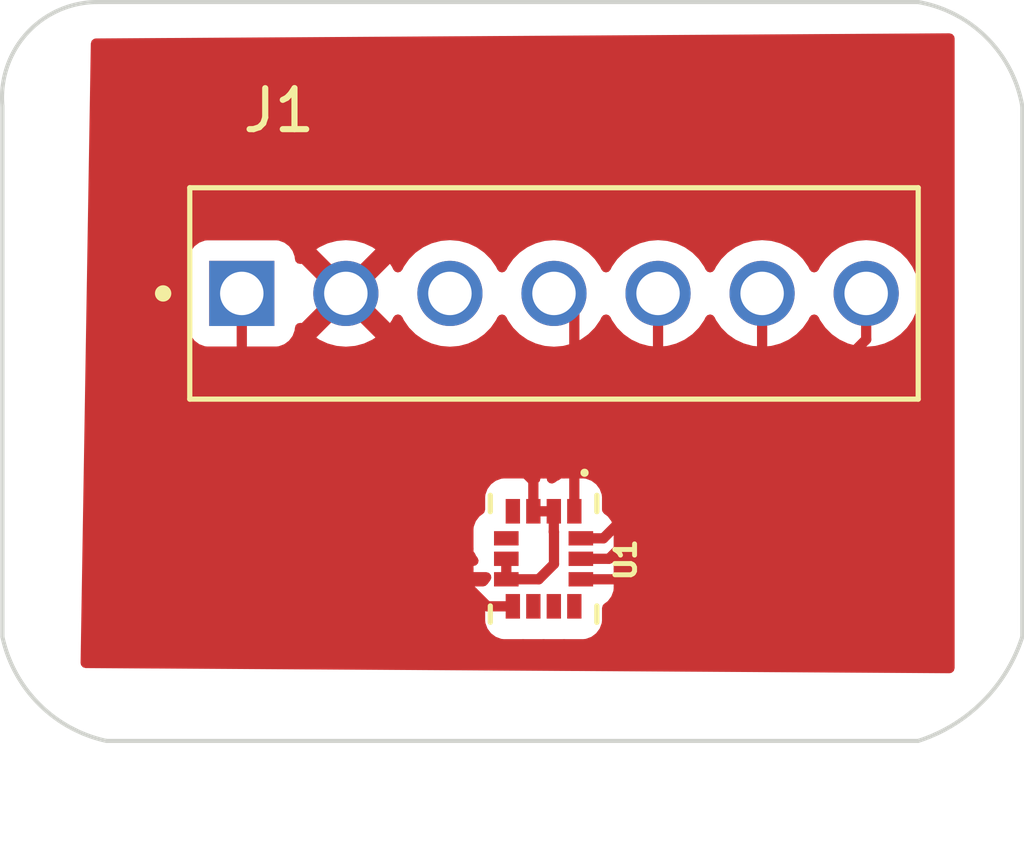
<source format=kicad_pcb>
(kicad_pcb (version 20221018) (generator pcbnew)
  (layers (0 "F.Cu" signal) (31 "B.Cu" signal) (34 "B.Paste" user) (35 "F.Paste" user) (36 "B.SilkS" user "B.Silkscreen") (37 "F.SilkS" user "F.Silkscreen") (38 "B.Mask" user) (39 "F.Mask" user) (44 "Edge.Cuts" user))
  (net 0 "")
  (net 1 "+3.3V")
  (net 2 "GND")
  (net 4 "/MISO")
  (net 5 "/MOSI")
  (net 6 "/CLK")
  (net 7 "/CS0")
  (footprint "LSM6DSMTR (1):PQFN50P300X250X86-14N" (layer "F.Cu") (at 143.637 92.583 -90)
    (fp_text reference "U1" (at 0.024 -2.0048 90) (layer "F.SilkS") (effects (font (size 0.48 0.48))))
    (fp_text value "LSM6DSMTR")
    (fp_line (start -1.55 1.3) (end -1.15 1.3) (stroke (width 0.127)) (layer "F.SilkS"))
    (fp_line (start -1.15 -1.3) (end -1.55 -1.3) (stroke (width 0.127)) (layer "F.SilkS"))
    (fp_line (start 1.55 -1.3) (end 1.15 -1.3) (stroke (width 0.127)) (layer "F.SilkS"))
    (fp_line (start 1.55 1.3) (end 1.15 1.3) (stroke (width 0.127)) (layer "F.SilkS"))
    (fp_circle (center -2.1 -1) (end -2.05 -1) (stroke (width 0.1)) (fill none) (layer "F.SilkS"))
    (pad "1" smd rect (at -1.16 -0.75 270) (size 0.6 0.35) (layers "F.Cu" "F.Paste" "F.Mask") (net 4 "/MISO"))
    (pad "2" smd rect (at -1.16 -0.25 270) (size 0.6 0.35) (layers "F.Cu" "F.Paste" "F.Mask") (net 2 "GND"))
    (pad "3" smd rect (at -1.16 0.25 270) (size 0.6 0.35) (layers "F.Cu" "F.Paste" "F.Mask") (net 2 "GND"))
    (pad "4" smd rect (at -1.16 0.75 270) (size 0.6 0.35) (layers "F.Cu" "F.Paste" "F.Mask"))
    (pad "5" smd rect (at -0.5 0.91) (size 0.6 0.35) (layers "F.Cu" "F.Paste" "F.Mask"))
    (pad "6" smd rect (at 0 0.91) (size 0.6 0.35) (layers "F.Cu" "F.Paste" "F.Mask") (net 2 "GND"))
    (pad "7" smd rect (at 0.5 0.91) (size 0.6 0.35) (layers "F.Cu" "F.Paste" "F.Mask") (net 2 "GND"))
    (pad "8" smd rect (at 1.16 0.75 270) (size 0.6 0.35) (layers "F.Cu" "F.Paste" "F.Mask") (net 1 "+3.3V"))
    (pad "9" smd rect (at 1.16 0.25 270) (size 0.6 0.35) (layers "F.Cu" "F.Paste" "F.Mask"))
    (pad "10" smd rect (at 1.16 -0.25 270) (size 0.6 0.35) (layers "F.Cu" "F.Paste" "F.Mask"))
    (pad "11" smd rect (at 1.16 -0.75 270) (size 0.6 0.35) (layers "F.Cu" "F.Paste" "F.Mask"))
    (pad "12" smd rect (at 0.5 -0.91) (size 0.6 0.35) (layers "F.Cu" "F.Paste" "F.Mask") (net 7 "/CS0"))
    (pad "13" smd rect (at 0 -0.91) (size 0.6 0.35) (layers "F.Cu" "F.Paste" "F.Mask") (net 6 "/CLK"))
    (pad "14" smd rect (at -0.5 -0.91) (size 0.6 0.35) (layers "F.Cu" "F.Paste" "F.Mask") (net 5 "/MOSI"))
  )
  (footprint "69167-107HLF:AMPHENOL_69167-107HLF" (layer "F.Cu") (at 143.891 86.106)
    (fp_text reference "J1" (at -6.715 -4.465) (layer "F.SilkS"))
    (fp_text value "69167-107HLF")
    (fp_line (start -8.89 2.58) (end -8.89 -2.58) (stroke (width 0.127)) (layer "F.SilkS"))
    (fp_line (start 8.89 -2.58) (end -8.89 -2.58) (stroke (width 0.127)) (layer "F.SilkS"))
    (fp_line (start 8.89 -2.58) (end 8.89 2.58) (stroke (width 0.127)) (layer "F.SilkS"))
    (fp_line (start 8.89 2.58) (end -8.89 2.58) (stroke (width 0.127)) (layer "F.SilkS"))
    (fp_circle (center -9.54 0) (end -9.44 0) (stroke (width 0.2)) (fill none) (layer "F.SilkS"))
    (pad "01" thru_hole rect (at -7.62 0) (size 1.59 1.59) (drill 1.06) (layers "*.Cu" "*.Mask") (net 1 "+3.3V"))
    (pad "02" thru_hole circle (at -5.08 0) (size 1.59 1.59) (drill 1.06) (layers "*.Cu" "*.Mask") (net 2 "GND"))
    (pad "03" thru_hole circle (at -2.54 0) (size 1.59 1.59) (drill 1.06) (layers "*.Cu" "*.Mask"))
    (pad "04" thru_hole circle (at 0 0) (size 1.59 1.59) (drill 1.06) (layers "*.Cu" "*.Mask") (net 4 "/MISO"))
    (pad "05" thru_hole circle (at 2.54 0) (size 1.59 1.59) (drill 1.06) (layers "*.Cu" "*.Mask") (net 5 "/MOSI"))
    (pad "06" thru_hole circle (at 5.08 0) (size 1.59 1.59) (drill 1.06) (layers "*.Cu" "*.Mask") (net 6 "/CLK"))
    (pad "07" thru_hole circle (at 7.62 0) (size 1.59 1.59) (drill 1.06) (layers "*.Cu" "*.Mask") (net 7 "/CS0"))
  )
  (gr_arc (start 130.429 81.534) (mid 131.017172 79.764655) (end 132.715 78.994) (stroke (width 0.1)) (layer "Edge.Cuts"))
  (gr_line (start 132.715 78.994) (end 152.781 78.994) (stroke (width 0.1)) (layer "Edge.Cuts"))
  (gr_arc (start 152.781 78.994) (mid 154.451529 79.863471) (end 155.321 81.534) (stroke (width 0.1)) (layer "Edge.Cuts"))
  (gr_line (start 155.321 94.488) (end 155.321 81.534) (stroke (width 0.1)) (layer "Edge.Cuts"))
  (gr_line (start 130.429 81.534) (end 130.429 94.488) (stroke (width 0.1)) (layer "Edge.Cuts"))
  (gr_arc (start 155.321 94.488) (mid 154.357666 96.064666) (end 152.781 97.028) (stroke (width 0.1)) (layer "Edge.Cuts"))
  (gr_arc (start 132.969 97.028) (mid 131.325114 96.131886) (end 130.429 94.488) (stroke (width 0.1)) (layer "Edge.Cuts"))
  (gr_line (start 152.781 97.028) (end 132.969 97.028) (stroke (width 0.1)) (layer "Edge.Cuts"))
  (segment (start 136.271 87.752) (end 142.262 93.743) (width 0.25) (layer "F.Cu") (net 1))
  (segment (start 136.271 86.106) (end 136.271 87.752) (width 0.25) (layer "F.Cu") (net 1))
  (segment (start 142.262 93.743) (end 142.887 93.743) (width 0.25) (layer "F.Cu") (net 1))
  (segment (start 143.387 90.682) (end 143.387 91.423) (width 0.25) (layer "F.Cu") (net 2))
  (segment (start 142.727 93.083) (end 142.727 92.583) (width 0.25) (layer "F.Cu") (net 2))
  (segment (start 143.887 91.423) (end 143.887 91.923) (width 0.25) (layer "F.Cu") (net 2))
  (segment (start 143.891 92.71) (end 143.518 93.083) (width 0.25) (layer "F.Cu") (net 2))
  (segment (start 143.891 91.927) (end 143.891 92.71) (width 0.25) (layer "F.Cu") (net 2))
  (segment (start 143.387 91.423) (end 143.887 91.423) (width 0.25) (layer "F.Cu") (net 2))
  (segment (start 143.887 91.923) (end 143.891 91.927) (width 0.25) (layer "F.Cu") (net 2))
  (segment (start 143.518 93.083) (end 142.727 93.083) (width 0.25) (layer "F.Cu") (net 2))
  (segment (start 138.811 86.106) (end 143.387 90.682) (width 0.25) (layer "F.Cu") (net 2))
  (segment (start 143.891 86.106) (end 144.387 86.602) (width 0.25) (layer "F.Cu") (net 4))
  (segment (start 144.387 86.602) (end 144.387 91.423) (width 0.25) (layer "F.Cu") (net 4))
  (segment (start 145.097 92.083) (end 144.547 92.083) (width 0.25) (layer "F.Cu") (net 5))
  (segment (start 146.431 90.749) (end 145.097 92.083) (width 0.25) (layer "F.Cu") (net 5))
  (segment (start 146.431 86.106) (end 146.431 90.749) (width 0.25) (layer "F.Cu") (net 5))
  (segment (start 148.971 88.845396) (end 145.233396 92.583) (width 0.25) (layer "F.Cu") (net 6))
  (segment (start 148.971 86.106) (end 148.971 88.845396) (width 0.25) (layer "F.Cu") (net 6))
  (segment (start 145.233396 92.583) (end 144.547 92.583) (width 0.25) (layer "F.Cu") (net 6))
  (segment (start 145.658299 93.083) (end 144.547 93.083) (width 0.25) (layer "F.Cu") (net 7))
  (segment (start 151.511 86.106) (end 151.511 87.230299) (width 0.25) (layer "F.Cu") (net 7))
  (segment (start 151.511 87.230299) (end 145.658299 93.083) (width 0.25) (layer "F.Cu") (net 7))
  (zone (net 2) (net_name "GND") (layer "F.Cu") (connect_pads (clearance 0.5)) (min_thickness 0.25) (fill yes (thermal_gap 0.5) (thermal_bridge_width 0.5))
    (polygon (pts (xy 132.588 79.883) (xy 153.67 79.756) (xy 153.67 95.377) (xy 132.334 95.25)))
  )
)
</source>
